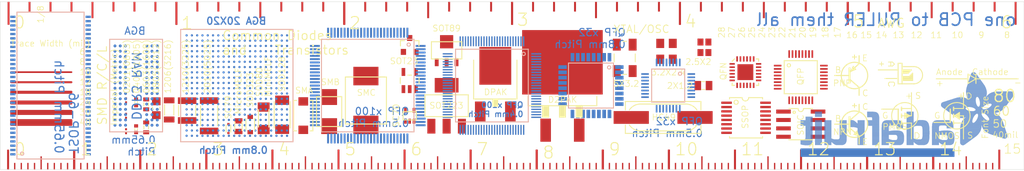
<source format=kicad_pcb>
(kicad_pcb (version 20221018) (generator pcbnew)
  (layers (0 "F.Cu" signal) (31 "B.Cu" signal) (34 "B.Paste" user) (35 "F.Paste" user) (36 "B.SilkS" user "B.Silkscreen") (37 "F.SilkS" user "F.Silkscreen") (38 "B.Mask" user) (39 "F.Mask" user) (44 "Edge.Cuts" user))
  (net 0 "")
  (footprint "working:SMB-DIODE" (layer "F.Cu") (at 120.8151 108.9406 90)
    (fp_text reference "E$44" hide)
    (fp_text value "" hide)
  )
  (footprint "working:EDGE-INCHES-EIGTH" (layer "F.Cu") (at 199.3011 92.3036)
    (fp_text reference "E$22" hide)
    (fp_text value "" hide)
  )
  (footprint "working:EDGE-MILLIMETERS" (layer "F.Cu") (at 122.2311 117.7036)
    (fp_text reference "E$6" hide)
    (fp_text value "" hide)
  )
  (footprint "working:EDGE-MILLIMETERS" (layer "F.Cu") (at 72.2311 117.7036)
    (fp_text reference "E$1" hide)
    (fp_text value "" hide)
  )
  (footprint "working:SOD80C" (layer "F.Cu") (at 110.9091 109.9566 90)
    (fp_text reference "E$49" hide)
    (fp_text value "" hide)
  )
  (footprint "working:EDGE-MILLIMETERS" (layer "F.Cu") (at 202.2311 117.7036)
    (fp_text reference "E$14" hide)
    (fp_text value "" hide)
  )
  (footprint "working:SOT23-5" (layer "F.Cu") (at 133.0071 104.2416)
    (fp_text reference "E$33" hide)
    (fp_text value "" hide)
  )
  (footprint "working:SC79_INFINEON" (layer "F.Cu") (at 105.5751 111.506 90)
    (fp_text reference "E$42" hide)
    (fp_text value "" hide)
  )
  (footprint "working:DIODE-SYMB" (layer "F.Cu") (at 218.0971 103.4796)
    (fp_text reference "E$52" hide)
    (fp_text value "" hide)
  )
  (footprint "working:EDGE-MILLIMETERS" (layer "F.Cu") (at 172.2311 117.7036)
    (fp_text reference "E$11" hide)
    (fp_text value "" hide)
  )
  (footprint "working:1206" (layer "F.Cu") (at 96.6089 108.6866 90)
    (fp_text reference "E$26" hide)
    (fp_text value "" hide)
  )
  (footprint "working:CRYSTAL-SMD-2.5X2" (layer "F.Cu") (at 177.6095 99.2124 90)
    (fp_text reference "E$38" hide)
    (fp_text value "" hide)
  )
  (footprint "working:EDGE-MILLIMETERS" (layer "F.Cu") (at 212.2311 117.7036)
    (fp_text reference "E$15" hide)
    (fp_text value "" hide)
  )
  (footprint "working:DPAK" (layer "F.Cu") (at 145.9611 103.6066)
    (fp_text reference "E$29" hide)
    (fp_text value "" hide)
  )
  (footprint "working:XTAL-2X1.2" (layer "F.Cu") (at 177.4571 105.0036)
    (fp_text reference "E$40" hide)
    (fp_text value "" hide)
  )
  (footprint "working:EDGE-MILLIMETERS" (layer "F.Cu") (at 182.2311 117.7036)
    (fp_text reference "E$12" hide)
    (fp_text value "" hide)
  )
  (footprint "working:EDGE-MILLIMETERS" (layer "F.Cu") (at 132.2311 117.7036)
    (fp_text reference "E$7" hide)
    (fp_text value "" hide)
  )
  (footprint "working:0201" (layer "F.Cu") (at 90.0811 107.2388 90)
    (fp_text reference "E$16" hide)
    (fp_text value "" hide)
  )
  (footprint "working:0805" (layer "F.Cu") (at 94.6531 108.4326 90)
    (fp_text reference "E$25" hide)
    (fp_text value "" hide)
  )
  (footprint "working:PMOS-SYMB" (layer "F.Cu") (at 207.9371 109.5756)
    (fp_text reference "E$51" hide)
    (fp_text value "" hide)
  )
  (footprint "working:2010" (layer "F.Cu") (at 102.6541 109.5756 90)
    (fp_text reference "E$28" hide)
    (fp_text value "" hide)
  )
  (footprint "working:SC70" (layer "F.Cu") (at 133.0071 109.5756)
    (fp_text reference "E$35" hide)
    (fp_text value "" hide)
  )
  (footprint "working:SOT223" (layer "F.Cu") (at 138.5951 108.0516)
    (fp_text reference "E$31" hide)
    (fp_text value "" hide)
  )
  (footprint "working:HC49UP" (layer "F.Cu") (at 171.3611 109.8296)
    (fp_text reference "E$39" hide)
    (fp_text value "" hide)
  )
  (footprint "working:PNP-SYMB" (layer "F.Cu") (at 200.3171 103.4796)
    (fp_text reference "E$59" hide)
    (fp_text value "" hide)
  )
  (footprint "working:SOD-323" (layer "F.Cu") (at 108.8771 110.8964 -90)
    (fp_text reference "E$48" hide)
    (fp_text value "" hide)
  )
  (footprint "working:EDGE-INCHES-EIGTH" (layer "F.Cu") (at 123.1011 92.3036)
    (fp_text reference "E$19" hide)
    (fp_text value "" hide)
  )
  (footprint "working:EDGE-MILLIMETERS" (layer "F.Cu") (at 152.2311 117.7036)
    (fp_text reference "E$9" hide)
    (fp_text value "" hide)
  )
  (footprint "working:TQFP32-5MM" (layer "F.Cu") (at 192.1891 103.7336)
    (fp_text reference "E$58" hide)
    (fp_text value "" hide)
  )
  (footprint "working:EDGE-MILLIMETERS" (layer "F.Cu") (at 82.2311 117.7036)
    (fp_text reference "E$2" hide)
    (fp_text value "" hide)
  )
  (footprint "working:SO08" (layer "F.Cu") (at 192.1891 110.8456 -90)
    (fp_text reference "E$57" hide)
    (fp_text value "" hide)
  )
  (footprint "working:SMA-DIODE" (layer "F.Cu") (at 116.9035 109.5502 -90)
    (fp_text reference "E$43" hide)
    (fp_text value "" hide)
  )
  (footprint "working:0603" (layer "F.Cu") (at 93.1291 111.3282 90)
    (fp_text reference "E$62" hide)
    (fp_text value "" hide)
  )
  (footprint "working:EDGE-INCHES-EIGTH" (layer "F.Cu") (at 173.9011 92.3036)
    (fp_text reference "E$21" hide)
    (fp_text value "" hide)
  )
  (footprint "working:CRYSTAL-SMD-5X3.2" (layer "F.Cu") (at 165.5445 100.8126 90)
    (fp_text reference "E$36" hide)
    (fp_text value "" hide)
  )
  (footprint "working:0201" (layer "F.Cu") (at 90.0811 109.5756 90)
    (fp_text reference "E$63" hide)
    (fp_text value "" hide)
  )
  (footprint "working:EDGE-INCHES-EIGTH" (layer "F.Cu") (at 72.3011 92.3036)
    (fp_text reference "E$17" hide)
    (fp_text value "" hide)
  )
  (footprint "working:0603" (layer "F.Cu") (at 93.1291 107.8484 90)
    (fp_text reference "E$24" hide)
    (fp_text value "" hide)
  )
  (footprint "working:D2PAK" (layer "F.Cu") (at 156.1211 103.4796)
    (fp_text reference "E$30" hide)
    (fp_text value "" hide)
  )
  (footprint "working:ALL-HOLES" (layer "F.Cu") (at 180.2511 98.3996)
    (fp_text reference "E$46" hide)
    (fp_text value "" hide)
  )
  (footprint "working:EDGE-MILLIMETERS" (layer "F.Cu") (at 102.2311 117.7036)
    (fp_text reference "E$4" hide)
    (fp_text value "" hide)
  )
  (footprint "working:MICROMELF-R" (layer "F.Cu") (at 107.0991 111.1504 90)
    (fp_text reference "E$41" hide)
    (fp_text value "" hide)
  )
  (footprint "working:CRYSTAL-SMD-3.2X2.5" (layer "F.Cu") (at 171.8691 99.822 90)
    (fp_text reference "E$37" hide)
    (fp_text value "" hide)
  )
  (footprint "working:TSSOP16" (layer "F.Cu") (at 183.8071 109.8296 -90)
    (fp_text reference "E$56" hide)
    (fp_text value "" hide)
  )
  (footprint "working:SOT23-3" (layer "F.Cu") (at 133.0071 98.9076)
    (fp_text reference "E$34" hide)
    (fp_text value "" hide)
  )
  (footprint "working:SOD-128" (layer "F.Cu") (at 113.7031 109.4232 90)
    (fp_text reference "E$47" hide)
    (fp_text value "" hide)
  )
  (footprint "working:NPN-SYMB" (layer "F.Cu") (at 200.3171 110.8456)
    (fp_text reference "E$54" hide)
    (fp_text value "" hide)
  )
  (footprint "working:SMC" (layer "F.Cu") (at 126.3777 107.2642 90)
    (fp_text reference "E$45" hide)
    (fp_text value "" hide)
  )
  (footprint "working:EDGE-MILLIMETERS" (layer "F.Cu") (at 142.2311 117.7036)
    (fp_text reference "E$8" hide)
    (fp_text value "" hide)
  )
  (footprint "working:0201" (layer "F.Cu") (at 90.0811 111.9124 90)
    (fp_text reference "E$60" hide)
    (fp_text value "" hide)
  )
  (footprint "working:EDGE-MILLIMETERS" (layer "F.Cu") (at 192.2311 117.7036)
    (fp_text reference "E$13" hide)
    (fp_text value "" hide)
  )
  (footprint "working:EDGE-MILLIMETERS" (layer "F.Cu") (at 162.2311 117.7036)
    (fp_text reference "E$10" hide)
    (fp_text value "" hide)
  )
  (footprint "working:0402" (layer "F.Cu") (at 91.6051 107.5436 90)
    (fp_text reference "E$23" hide)
    (fp_text value "" hide)
  )
  (footprint "working:EDGE-INCHES-EIGTH" (layer "F.Cu") (at 148.5011 92.3036)
    (fp_text reference "E$20" hide)
    (fp_text value "" hide)
  )
  (footprint "working:EDGE-MILLIMETERS" (layer "F.Cu") (at 112.2311 117.7036)
    (fp_text reference "E$5" hide)
    (fp_text value "" hide)
  )
  (footprint "working:1210" (layer "F.Cu") (at 99.3267 108.7882 -90)
    (fp_text reference "E$27" hide)
    (fp_text value "" hide)
  )
  (footprint "working:EDGE-INCHES-EIGTH" (layer "F.Cu") (at 97.7011 92.3036)
    (fp_text reference "E$18" hide)
    (fp_text value "" hide)
  )
  (footprint "working:LED-GUIDE" (layer "F.Cu") (at 206.9211 103.7336 -90)
    (fp_text reference "E$53" hide)
    (fp_text value "" hide)
  )
  (footprint "working:0402" (layer "F.Cu") (at 91.6051 111.6076 90)
    (fp_text reference "E$61" hide)
    (fp_text value "" hide)
  )
  (footprint "working:EDGE-MILLIMETERS" (layer "F.Cu") (at 92.2311 117.7036)
    (fp_text reference "E$3" hide)
    (fp_text value "" hide)
  )
  (footprint "working:SOT89" (layer "F.Cu") (at 138.5951 99.6696)
    (fp_text reference "E$32" hide)
    (fp_text value "" hide)
  )
  (footprint "working:NMOS-SYMB" (layer "F.Cu") (at 215.8111 109.5756)
    (fp_text reference "E$50" hide)
    (fp_text value "" hide)
  )
  (footprint "working:QFN-24" (layer "F.Cu") (at 183.8071 102.9716)
    (fp_text reference "E$55" hide)
    (fp_text value "" hide)
  )
  (footprint "working:BGA-0.8MM-P-19X19" (layer "B.Cu") (at 106.8451 105.0036 180)
    (fp_text reference "E$67" hide)
    (fp_text value "" hide)
  )
  (footprint "working:TSOP-66" (layer "B.Cu") (at 78.6511 105.0036 90)
    (fp_text reference "E$66" hide)
    (fp_text value "" hide)
  )
  (footprint "working:TQFP100" (layer "B.Cu") (at 126.6571 105.0036 180)
    (fp_text reference "E$65" hide)
    (fp_text value "" hide)
  )
  (footprint "working:TQFP32-5MM" (layer "B.Cu") (at 172.1231 105.0036 180)
    (fp_text reference "E$70" hide)
    (fp_text value "" hide)
  )
  (footprint "working:TQFP-100-12X12MM" (layer "B.Cu") (at 145.4531 105.0036 180)
    (fp_text reference "E$68" hide)
    (fp_text value "" hide)
  )
  (footprint "working:ADAFRUIT-LOGO-0.5IN" (layer "B.Cu") (at 224.4471 115.6716 180)
    (fp_text reference "E$72" hide)
    (fp_text value "" hide)
  )
  (footprint "working:TQFP32-08" (layer "B.Cu") (at 160.4391 105.0036 180)
    (fp_text reference "E$69" hide)
    (fp_text value "" hide)
  )
  (footprint "working:BGA-96-14X8MM" (layer "B.Cu") (at 91.6051 105.0036 180)
    (fp_text reference "E$71" hide)
    (fp_text value "" hide)
  )
  (gr_line (start 71.0311 117.7036) (end 71.0311 92.3036) (stroke (width 0.05)) (layer "Edge.Cuts"))
  (gr_line (start 225.9711 92.3036) (end 225.9711 117.7036) (stroke (width 0.05)) (layer "Edge.Cuts"))
  (gr_line (start 225.9711 117.7036) (end 71.0311 117.7036) (stroke (width 0.05)) (layer "Edge.Cuts"))
  (gr_line (start 71.0311 92.3036) (end 225.9711 92.3036) (stroke (width 0.05)) (layer "Edge.Cuts"))
  (gr_text "QFP x32\n0.5mm Pitch" (at 177.4571 112.8776) (layer "B.Cu") (effects (font (size 1.1176 1.1176) (thickness 0.1524)) (justify left bottom mirror)))
  (gr_text "BGA 20X20" (at 111.4171 95.8596) (layer "B.Cu") (effects (font (size 1.0795 1.0795) (thickness 0.1905)) (justify left bottom mirror)))
  (gr_text "QFP x32\n0.8mm Pitch" (at 165.7731 99.4156) (layer "B.Cu") (effects (font (size 1.1176 1.1176) (thickness 0.1524)) (justify left bottom mirror)))
  (gr_text "DDR3 RAM" (at 90.8431 110.3376 -90) (layer "B.Cu") (effects (font (size 1.34112 1.34112) (thickness 0.18288)) (justify left bottom mirror)))
  (gr_text "QFP x100\n0.5mm Pitch" (at 133.0071 111.3536) (layer "B.Cu") (effects (font (size 1.1176 1.1176) (thickness 0.1524)) (justify left bottom mirror)))
  (gr_text "0.65mm\nPitch" (at 94.6531 115.6716) (layer "B.Cu") (effects (font (size 1.1176 1.1176) (thickness 0.1524)) (justify left bottom mirror)))
  (gr_text "QFP x100\n0.4mm Pitch" (at 150.2791 109.8296) (layer "B.Cu") (effects (font (size 0.8636 0.8636) (thickness 0.1524)) (justify left bottom mirror)))
  (gr_text "0.8mm Pitch" (at 101.0031 114.1476) (layer "B.Cu") (effects (font (size 1.0795 1.0795) (thickness 0.1905)) (justify right top mirror)))
  (gr_text "one PCB to RULER them all" (at 224.9551 96.1136) (layer "B.Cu") (effects (font (size 1.84404 1.84404) (thickness 0.25146)) (justify left bottom mirror)))
  (gr_text "TSOP-66\n0.65mm Pitch" (at 79.1591 115.4176 -90) (layer "B.Cu") (effects (font (size 1.34112 1.34112) (thickness 0.18288)) (justify left bottom mirror)))
  (gr_text "BGA" (at 93.1291 97.3836) (layer "B.Cu") (effects (font (size 1.1176 1.1176) (thickness 0.1524)) (justify left bottom mirror)))
  (gr_text "1210(3225)" (at 99.6315 106.2736 90) (layer "F.SilkS") (effects (font (size 0.9144 0.9144) (thickness 0.1016)) (justify left bottom)))
  (gr_text "2.5X2" (at 174.6631 101.9556) (layer "F.SilkS") (effects (font (size 0.9144 0.9144) (thickness 0.1016)) (justify left bottom)))
  (gr_text "SOD323" (at 109.3851 108.4072 90) (layer "F.SilkS") (effects (font (size 0.9144 0.9144) (thickness 0.1016)) (justify left bottom)))
  (gr_text "1" (at 98.3361 96.6216) (layer "F.SilkS") (effects (font (size 1.84 1.84) (thickness 0.16)) (justify left bottom)))
  (gr_text "60" (at 221.1451 109.6772) (layer "F.SilkS") (effects (font (size 1.3716 1.3716) (thickness 0.1524)) (justify left bottom)))
  (gr_text "8" (at 82.9691 101.9556) (layer "F.SilkS") (effects (font (size 0.9144 0.9144) (thickness 0.1016)) (justify left bottom)))
  (gr_text "13" (at 206.0321 97.8916) (layer "F.SilkS") (effects (font (size 0.9144 0.9144) (thickness 0.1016)) (justify left bottom)))
  (gr_text "MiniMELF" (at 112.1029 106.7816 90) (layer "F.SilkS") (effects (font (size 0.9144 0.9144) (thickness 0.1016)) (justify left bottom)))
  (gr_text "10" (at 214.9729 97.8916) (layer "F.SilkS") (effects (font (size 0.9144 0.9144) (thickness 0.1016)) (justify left bottom)))
  (gr_text "12" (at 82.9691 105.0036) (layer "F.SilkS") (effects (font (size 0.9144 0.9144) (thickness 0.1016)) (justify left bottom)))
  (gr_text "2010(5025)" (at 102.9335 106.2736 90) (layer "F.SilkS") (effects (font (size 0.9144 0.9144) (thickness 0.1016)) (justify left bottom)))
  (gr_text "14" (at 213.0311 115.7036) (layer "F.SilkS") (effects (font (size 1.84 1.84) (thickness 0.16)) (justify left bottom)))
  (gr_text "SOT223" (at 135.9281 108.5596) (layer "F.SilkS") (effects (font (size 0.9144 0.9144) (thickness 0.1016)) (justify left bottom)))
  (gr_text "SMC" (at 127.9271 105.537) (layer "F.SilkS") (effects (font (size 0.9144 0.9144) (thickness 0.1016)) (justify right top)))
  (gr_text "19" (at 194.5767 97.8916 90) (layer "F.SilkS") (effects (font (size 0.9144 0.9144) (thickness 0.1016)) (justify left bottom)))
  (gr_text "22" (at 189.9031 97.8916 90) (layer "F.SilkS") (effects (font (size 0.9144 0.9144) (thickness 0.1016)) (justify left bottom)))
  (gr_text "24" (at 186.8551 97.8916 90) (layer "F.SilkS") (effects (font (size 0.9144 0.9144) (thickness 0.1016)) (justify left bottom)))
  (gr_text "4" (at 113.0311 115.7036) (layer "F.SilkS") (effects (font (size 1.84 1.84) (thickness 0.16)) (justify left bottom)))
  (gr_text "21" (at 191.4271 97.8916 90) (layer "F.SilkS") (effects (font (size 0.9144 0.9144) (thickness 0.1016)) (justify left bottom)))
  (gr_text "25" (at 185.3311 97.8916 90) (layer "F.SilkS") (effects (font (size 0.9144 0.9144) (thickness 0.1016)) (justify left bottom)))
  (gr_text "9" (at 163.0311 115.7036) (layer "F.SilkS") (effects (font (size 1.84 1.84) (thickness 0.16)) (justify left bottom)))
  (gr_text "26" (at 183.8071 97.8916 90) (layer "F.SilkS") (effects (font (size 0.9144 0.9144) (thickness 0.1016)) (justify left bottom)))
  (gr_text "2" (at 93.0311 115.7036) (layer "F.SilkS") (effects (font (size 1.84 1.84) (thickness 0.16)) (justify left bottom)))
  (gr_text "5" (at 123.0311 115.7036) (layer "F.SilkS") (effects (font (size 1.84 1.84) (thickness 0.16)) (justify left bottom)))
  (gr_text "28" (at 180.7591 97.8916 90) (layer "F.SilkS") (effects (font (size 0.9144 0.9144) (thickness 0.1016)) (justify left bottom)))
  (gr_text "2X1.2" (at 175.9331 104.4956) (layer "F.SilkS") (effects (font (size 0.9144 0.9144) (thickness 0.1016)) (justify right top)))
  (gr_text "10" (at 82.9691 103.4796) (layer "F.SilkS") (effects (font (size 0.9144 0.9144) (thickness 0.1016)) (justify left bottom)))
  (gr_text "80" (at 221.1451 107.6452) (layer "F.SilkS") (effects (font (size 1.8288 1.8288) (thickness 0.2032)) (justify left bottom)))
  (gr_text "6" (at 82.9691 100.4316) (layer "F.SilkS") (effects (font (size 0.9144 0.9144) (thickness 0.1016)) (justify left bottom)))
  (gr_text "SOD80" (at 110.7821 106.7816 90) (layer "F.SilkS") (effects (font (size 0.9144 0.9144) (thickness 0.1016)) (justify left bottom)))
  (gr_text "15" (at 222.799937 115.416579) (layer "F.SilkS") (effects (font (size 1.40208 1.40208) (thickness 0.12192)) (justify left bottom)))
  (gr_text "5" (at 199.9361 96.3676) (layer "F.SilkS") (effects (font (size 1.84 1.84) (thickness 0.16)) (justify left bottom)))
  (gr_text "Imperial (Metric)" (at 88.8111 111.0996 90) (layer "F.SilkS") (effects (font (size 0.9144 0.9144) (thickness 0.1016)) (justify left bottom)))
  (gr_text "23" (at 188.3791 97.8916 90) (layer "F.SilkS") (effects (font (size 0.9144 0.9144) (thickness 0.1016)) (justify left bottom)))
  (gr_text "50" (at 221.1451 111.4552) (layer "F.SilkS") (effects (font (size 1.143 1.143) (thickness 0.127)) (justify left bottom)))
  (gr_text "11" (at 211.7471 97.8916) (layer "F.SilkS") (effects (font (size 0.9144 0.9144) (thickness 0.1016)) (justify left bottom)))
  (gr_text "1" (at 83.0311 115.7036) (layer "F.SilkS") (effects (font (size 1.84 1.84) (thickness 0.16)) (justify left bottom)))
  (gr_text "MicroMELF" (at 107.6071 109.4232 90) (layer "F.SilkS") (effects (font (size 0.9144 0.9144) (thickness 0.1016)) (justify left bottom)))
  (gr_text "40" (at 82.9691 111.0996) (layer "F.SilkS") (effects (font (size 0.9144 0.9144) (thickness 0.1016)) (justify left bottom)))
  (gr_text "QFN" (at 181.0131 104.2416 90) (layer "F.SilkS") (effects (font (size 0.9144 0.9144) (thickness 0.1016)) (justify left bottom)))
  (gr_text "SOIC" (at 192.6971 112.6236 90) (layer "F.SilkS") (effects (font (size 0.9144 0.9144) (thickness 0.1016)) (justify left bottom)))
  (gr_text "1/8" (at 76.6191 92.8116 90) (layer "F.SilkS") (effects (font (size 0.9144 0.9144) (thickness 0.1016)) (justify right top)))
  (gr_text "16" (at 198.9963 97.8916) (layer "F.SilkS") (effects (font (size 0.9144 0.9144) (thickness 0.1016)) (justify left bottom)))
  (gr_text "14" (at 203.4921 97.8916) (layer "F.SilkS") (effects (font (size 0.9144 0.9144) (thickness 0.1016)) (justify left bottom)))
  (gr_text "D2PAK" (at 153.8859 107.6706) (layer "F.SilkS") (effects (font (size 0.9144 0.9144) (thickness 0.1016)) (justify left bottom)))
  (gr_text "SOD128" (at 114.2111 106.0196 90) (layer "F.SilkS") (effects (font (size 0.9144 0.9144) (thickness 0.1016)) (justify left bottom)))
  (gr_text "20" (at 193.0019 97.8916 90) (layer "F.SilkS") (effects (font (size 0.9144 0.9144) (thickness 0.1016)) (justify left bottom)))
  (gr_text "6" (at 224.3201 94.3356) (layer "F.SilkS") (effects (font (size 1.84 1.84) (thickness 0.16)) (justify right top)))
  (gr_text "XTAL/OSC" (at 163.7411 97.1296) (layer "F.SilkS") (effects (font (size 1.143 1.143) (thickness 0.127)) (justify left bottom)))
  (gr_text "SSOP" (at 184.3151 111.6076 90) (layer "F.SilkS") (effects (font (size 0.9144 0.9144) (thickness 0.1016)) (justify left bottom)))
  (gr_text "Trace Width (mil)" (at 72.5551 99.1616) (layer "F.SilkS") (effects (font (size 0.9144 0.9144) (thickness 0.1016)) (justify left bottom)))
  (gr_text "SMB" (at 119.5197 105.0036) (layer "F.SilkS") (effects (font (size 0.9144 0.9144) (thickness 0.1016)) (justify left bottom)))
  (gr_text "40mil" (at 221.1451 113.0046) (layer "F.SilkS") (effects (font (size 0.9144 0.9144) (thickness 0.1016)) (justify left bottom)))
  (gr_text "QFP" (at 192.6971 105.0036 90) (layer "F.SilkS") (effects (font (size 0.9144 0.9144) (thickness 0.1016)) (justify left bottom)))
  (gr_text "0201(0603)\n0402(1005)\n0603(1608)\n0805(2012)" (at 95.1611 106.2736 90) (layer "F.SilkS") (effects (font (size 0.9144 0.9144) (thickness 0.1016)) (justify left bottom)))
  (gr_text "4" (at 174.5361 96.3676) (layer "F.SilkS") (effects (font (size 1.84 1.84) (thickness 0.16)) (justify left bottom)))
  (gr_text "24" (at 82.9691 108.0516) (layer "F.SilkS") (effects (font (size 0.9144 0.9144) (thickness 0.1016)) (justify left bottom)))
  (gr_text "5X3.2" (at 163.7411 105.2576) (layer "F.SilkS") (effects (font (size 0.9144 0.9144) (thickness 0.1016)) (justify left bottom)))
  (gr_text "Font Size" (at 220.6371 113.1316 90) (layer "F.SilkS") (effects (font (size 0.9144 0.9144) (thickness 0.1016)) (justify left bottom)))
  (gr_text "Common Diodes\nand    Transistors" (at 104.5591 100.4316) (layer "F.SilkS") (effects (font (size 1.3716 1.3716) (thickness 0.1524)) (justify left bottom)))
  (gr_text "10" (at 173.0311 115.7036) (layer "F.SilkS") (effects (font (size 1.84 1.84) (thickness 0.16)) (justify left bottom)))
  (gr_text "2" (at 123.7361 96.6216) (layer "F.SilkS") (effects (font (size 1.84 1.84) (thickness 0.16)) (justify left bottom)))
  (gr_text "3" (at 149.1361 96.1136) (layer "F.SilkS") (effects (font (size 1.84 1.84) (thickness 0.16)) (justify left bottom)))
  (gr_text "3.2X2.4" (at 174.8155 102.4636) (layer "F.SilkS") (effects (font (size 0.9144 0.9144) (thickness 0.1016)) (justify right top)))
  (gr_text "7" (at 143.0311 115.7036) (layer "F.SilkS") (effects (font (size 1.84 1.84) (thickness 0.16)) (justify left bottom)))
  (gr_text "9" (at 219.0115 97.8916) (layer "F.SilkS") (effects (font (size 0.9144 0.9144) (thickness 0.1016)) (justify left bottom)))
  (gr_text "18" (at 196.4309 97.8916 90) (layer "F.SilkS") (effects (font (size 0.9144 0.9144) (thickness 0.1016)) (justify left bottom)))
  (gr_text "SOT23" (at 129.9591 101.8286) (layer "F.SilkS") (effects (font (size 0.9144 0.9144) (thickness 0.1016)) (justify left bottom)))
  (gr_text "AWG" (at 203.7207 96.3676) (layer "F.SilkS") (effects (font (size 1.3716 1.3716) (thickness 0.1524)) (justify left bottom)))
  (gr_text "HC49" (at 169.5831 110.3376) (layer "F.SilkS") (effects (font (size 0.9144 0.9144) (thickness 0.1016)) (justify left bottom)))
  (gr_text "27" (at 182.2831 97.8916 90) (layer "F.SilkS") (effects (font (size 0.9144 0.9144) (thickness 0.1016)) (justify left bottom)))
  (gr_text "13" (at 203.0311 115.7036) (layer "F.SilkS") (effects (font (size 1.84 1.84) (thickness 0.16)) (justify left bottom)))
  (gr_text "17" (at 198.2851 97.8916 90) (layer "F.SilkS") (effects (font (size 0.9144 0.9144) (thickness 0.1016)) (justify left bottom)))
  (gr_text "12" (at 208.7753 97.8916) (layer "F.SilkS") (effects (font (size 0.9144 0.9144) (thickness 0.1016)) (justify left bottom)))
  (gr_text "DPAK" (at 144.1831 106.5276) (layer "F.SilkS") (effects (font (size 0.9144 0.9144) (thickness 0.1016)) (justify left bottom)))
  (gr_text "8" (at 153.0311 116.2116) (layer "F.SilkS") (effects (font (size 1.84 1.84) (thickness 0.16)) (justify left bottom)))
  (gr_text "6" (at 133.0311 115.7036) (layer "F.SilkS") (effects (font (size 1.84 1.84) (thickness 0.16)) (justify left bottom)))
  (gr_text "18" (at 82.9691 106.5276) (layer "F.SilkS") (effects (font (size 0.9144 0.9144) (thickness 0.1016)) (justify left bottom)))
  (gr_text "30" (at 82.9691 109.5756) (layer "F.SilkS") (effects (font (size 0.9144 0.9144) (thickness 0.1016)) (justify left bottom)))
  (gr_text "SMA" (at 115.6081 106.2736) (layer "F.SilkS") (effects (font (size 0.9144 0.9144) (thickness 0.1016)) (justify left bottom)))
  (gr_text "SOT89" (at 136.3853 96.8756) (layer "F.SilkS") (effects (font (size 0.9144 0.9144) (thickness 0.1016)) (justify left bottom)))
  (gr_text "8" (at 222.8977 97.8916) (layer "F.SilkS") (effects (font (size 0.9144 0.9144) (thickness 0.1016)) (justify left bottom)))
  (gr_text "SC70" (at 131.4831 111.3536 90) (layer "F.SilkS") (effects (font (size 0.9144 0.9144) (thickness 0.1016)) (justify left bottom)))
  (gr_text "0" (at 73.0311 115.7036) (layer "F.SilkS") (effects (font (size 1.84 1.84) (thickness 0.16)) (justify left bottom)))
  (gr_text "0" (at 72.9676 96.5266) (layer "F.SilkS") (effects (font (size 1.84 1.84) (thickness 0.16)) (justify left bottom)))
  (gr_text "15" (at 201.1553 97.8916) (layer "F.SilkS") (effects (font (size 0.9144 0.9144) (thickness 0.1016)) (justify left bottom)))
  (gr_text "12" (at 193.0311 115.7036) (layer "F.SilkS") (effects (font (size 1.84 1.84) (thickness 0.16)) (justify left bottom)))
  (gr_text "11" (at 183.0311 115.7036) (layer "F.SilkS") (effects (font (size 1.84 1.84) (thickness 0.16)) (justify left bottom)))
  (gr_text "3" (at 103.0311 115.7036) (layer "F.SilkS") (effects (font (size 1.84 1.84) (thickness 0.16)) (justify left bottom)))
  (gr_text "SMD R/C/L" (at 87.2871 111.0996 90) (layer "F.SilkS") (effects (font (size 1.3716 1.3716) (thickness 0.1524)) (justify left bottom)))
  (gr_text "1206(3216)" (at 96.9391 106.2736 90) (layer "F.SilkS") (effects (font (size 0.9144 0.9144) (thickness 0.1016)) (justify left bottom)))
  (gr_text "SC79" (at 106.0831 110.1344 90) (layer "F.SilkS") (effects (font (size 0.9144 0.9144) (thickness 0.1016)) (justify left bottom)))
  (zone (net 0) (net_name "") (layer "F.Cu") (connect_pads (clearance 0.5)) (min_thickness 0.25) (fill yes (thermal_gap 0.5) (thermal_bridge_width 0.5))
    (polygon (pts (xy 72.5551 104.648) (xy 81.9531 104.648) (xy 81.9531 104.3432) (xy 72.5551 104.3432)))
  )
  (zone (net 0) (net_name "") (layer "F.Cu") (connect_pads (clearance 0.5)) (min_thickness 0.25) (fill yes (thermal_gap 0.5) (thermal_bridge_width 0.5))
    (polygon (pts (xy 72.5551 106.2482) (xy 81.9531 106.2482) (xy 81.9531 105.791) (xy 72.5551 105.791)))
  )
  (zone (net 0) (net_name "") (layer "F.Cu") (connect_pads (clearance 0.5)) (min_thickness 0.25) (fill yes (thermal_gap 0.5) (thermal_bridge_width 0.5))
    (polygon (pts (xy 72.5551 103.0986) (xy 81.9531 103.0986) (xy 81.9531 102.8446) (xy 72.5551 102.8446)))
  )
  (zone (net 0) (net_name "") (layer "F.Cu") (connect_pads (clearance 0.5)) (min_thickness 0.25) (fill yes (thermal_gap 0.5) (thermal_bridge_width 0.5))
    (polygon (pts (xy 72.5551 109.4486) (xy 81.9531 109.4486) (xy 81.9531 108.6866) (xy 72.5551 108.6866)))
  )
  (zone (net 0) (net_name "") (layer "F.Cu") (connect_pads (clearance 0.5)) (min_thickness 0.25) (fill yes (thermal_gap 0.5) (thermal_bridge_width 0.5))
    (polygon (pts (xy 72.5551 111.0996) (xy 81.9531 111.0996) (xy 81.9531 110.0836) (xy 72.5551 110.0836)))
  )
  (zone (net 0) (net_name "") (layer "F.Cu") (connect_pads (clearance 0.5)) (min_thickness 0.25) (fill yes (thermal_gap 0.5) (thermal_bridge_width 0.5))
    (polygon (pts (xy 72.5551 107.8738) (xy 81.9531 107.8738) (xy 81.9531 107.2642) (xy 72.5551 107.2642)))
  )
  (zone (net 0) (net_name "") (layer "B.Cu") (priority 6) (connect_pads yes (clearance 0.00254)) (min_thickness 0.025) (fill yes (thermal_gap 0.5) (thermal_bridge_width 0.5) (island_removal_mode 1) (island_area_min 10))
    (polygon (pts (xy 215.449151 115.793189) (xy 192.144648 115.793189) (xy 192.144648 114.509549) (xy 215.449151 114.509549)))
  )
)
</source>
